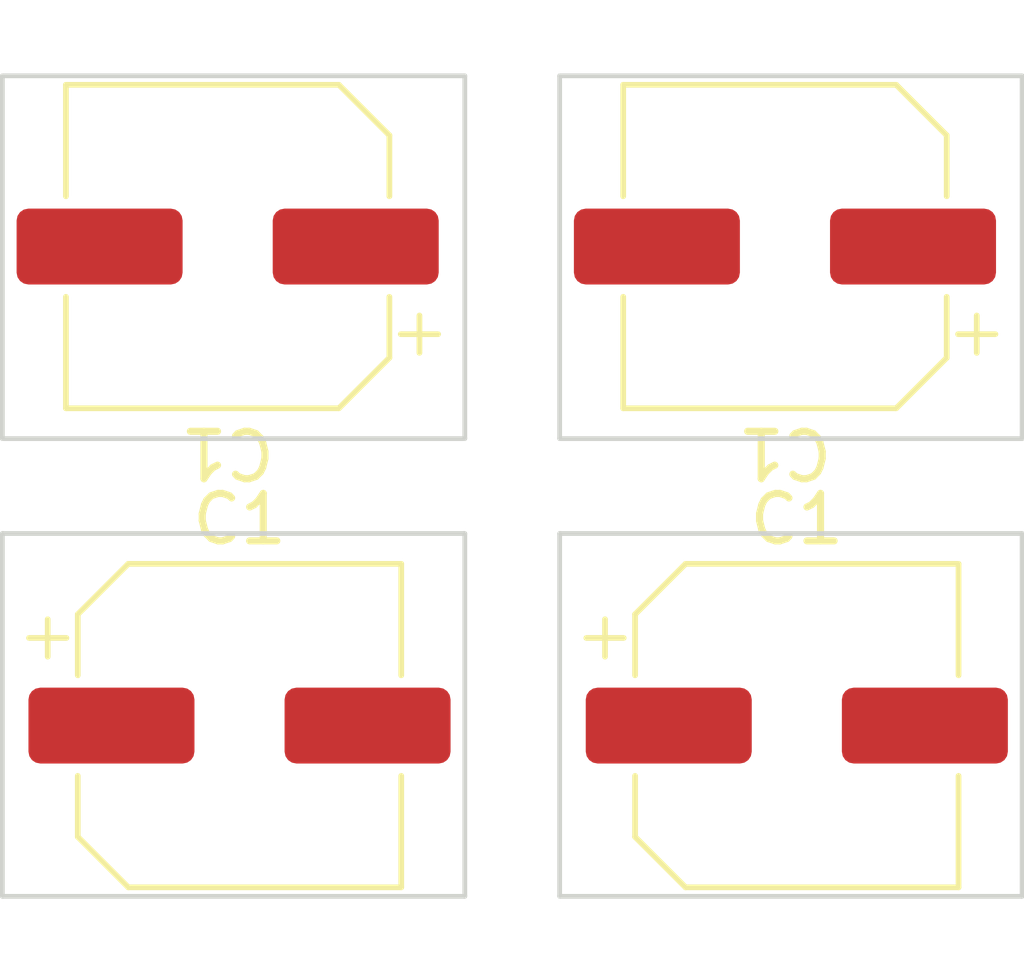
<source format=kicad_pcb>
(kicad_pcb (version 20241229) (generator "pcbnew") (generator_version "9.0")
  (layers (0 "F.Cu" signal) (2 "B.Cu" signal) (13 "F.Paste" user) (15 "B.Paste" user) (5 "F.SilkS" user "F.Silkscreen") (7 "B.SilkS" user "B.Silkscreen") (1 "F.Mask" user) (3 "B.Mask" user) (25 "Edge.Cuts" user))
  (net 0 "")
  (net 1 "Board_0-unconnected-(C1-Pad1)")
  (net 2 "Board_0-unconnected-(C1-Pad2)")
  (net 3 "Board_1-unconnected-(C1-Pad1)")
  (net 4 "Board_1-unconnected-(C1-Pad2)")
  (net 5 "Board_2-unconnected-(C1-Pad1)")
  (net 6 "Board_2-unconnected-(C1-Pad2)")
  (net 7 "Board_3-unconnected-(C1-Pad1)")
  (net 8 "Board_3-unconnected-(C1-Pad2)")
  (footprint "Capacitor_SMD:CP_Elec_6.3x7.7" (layer "F.Cu") (at 154.25 23.6 180)
    (property "Reference" "C1" (at 0 -4.35 180) (layer "F.SilkS"))
    (property "Value" "100u")
    (fp_line (start 3.41 3.41) (end 3.41 1.06) (stroke (width 0.12)) (layer "F.SilkS"))
    (fp_line (start 3.41 -3.41) (end 3.41 -1.06) (stroke (width 0.12)) (layer "F.SilkS"))
    (fp_line (start -2.345563 3.41) (end 3.41 3.41) (stroke (width 0.12)) (layer "F.SilkS"))
    (fp_line (start -2.345563 -3.41) (end 3.41 -3.41) (stroke (width 0.12)) (layer "F.SilkS"))
    (fp_line (start -3.41 2.345563) (end -2.345563 3.41) (stroke (width 0.12)) (layer "F.SilkS"))
    (fp_line (start -3.41 2.345563) (end -3.41 1.06) (stroke (width 0.12)) (layer "F.SilkS"))
    (fp_line (start -3.41 -2.345563) (end -2.345563 -3.41) (stroke (width 0.12)) (layer "F.SilkS"))
    (fp_line (start -3.41 -2.345563) (end -3.41 -1.06) (stroke (width 0.12)) (layer "F.SilkS"))
    (fp_line (start -4.04375 -2.24125) (end -4.04375 -1.45375) (stroke (width 0.12)) (layer "F.SilkS"))
    (fp_line (start -4.4375 -1.8475) (end -3.65 -1.8475) (stroke (width 0.12)) (layer "F.SilkS"))
    (pad "1" smd roundrect (at -2.7 0 180) (size 3.5 1.6) (layers "F.Cu" "F.Mask" "F.Paste") (roundrect_rratio 0.15625) (net 3 "Board_1-unconnected-(C1-Pad1)"))
    (pad "2" smd roundrect (at 2.7 0 180) (size 3.5 1.6) (layers "F.Cu" "F.Mask" "F.Paste") (roundrect_rratio 0.15625) (net 4 "Board_1-unconnected-(C1-Pad2)"))
  )
  (footprint "Capacitor_SMD:CP_Elec_6.3x7.7" (layer "F.Cu") (at 154.5 33.7)
    (property "Reference" "C1" (at 0 -4.35 0) (layer "F.SilkS"))
    (property "Value" "100u")
    (fp_line (start -4.4375 -1.8475) (end -3.65 -1.8475) (stroke (width 0.12)) (layer "F.SilkS"))
    (fp_line (start -4.04375 -2.24125) (end -4.04375 -1.45375) (stroke (width 0.12)) (layer "F.SilkS"))
    (fp_line (start -3.41 -2.345563) (end -3.41 -1.06) (stroke (width 0.12)) (layer "F.SilkS"))
    (fp_line (start -3.41 -2.345563) (end -2.345563 -3.41) (stroke (width 0.12)) (layer "F.SilkS"))
    (fp_line (start -3.41 2.345563) (end -3.41 1.06) (stroke (width 0.12)) (layer "F.SilkS"))
    (fp_line (start -3.41 2.345563) (end -2.345563 3.41) (stroke (width 0.12)) (layer "F.SilkS"))
    (fp_line (start -2.345563 -3.41) (end 3.41 -3.41) (stroke (width 0.12)) (layer "F.SilkS"))
    (fp_line (start -2.345563 3.41) (end 3.41 3.41) (stroke (width 0.12)) (layer "F.SilkS"))
    (fp_line (start 3.41 -3.41) (end 3.41 -1.06) (stroke (width 0.12)) (layer "F.SilkS"))
    (fp_line (start 3.41 3.41) (end 3.41 1.06) (stroke (width 0.12)) (layer "F.SilkS"))
    (pad "1" smd roundrect (at -2.7 0) (size 3.5 1.6) (layers "F.Cu" "F.Mask" "F.Paste") (roundrect_rratio 0.15625) (net 7 "Board_3-unconnected-(C1-Pad1)"))
    (pad "2" smd roundrect (at 2.7 0) (size 3.5 1.6) (layers "F.Cu" "F.Mask" "F.Paste") (roundrect_rratio 0.15625) (net 8 "Board_3-unconnected-(C1-Pad2)"))
  )
  (footprint "Capacitor_SMD:CP_Elec_6.3x7.7" (layer "F.Cu") (at 142.75 33.7)
    (property "Reference" "C1" (at 0 -4.35 0) (layer "F.SilkS"))
    (property "Value" "100u")
    (fp_line (start -4.4375 -1.8475) (end -3.65 -1.8475) (stroke (width 0.12)) (layer "F.SilkS"))
    (fp_line (start -4.04375 -2.24125) (end -4.04375 -1.45375) (stroke (width 0.12)) (layer "F.SilkS"))
    (fp_line (start -3.41 -2.345563) (end -3.41 -1.06) (stroke (width 0.12)) (layer "F.SilkS"))
    (fp_line (start -3.41 -2.345563) (end -2.345563 -3.41) (stroke (width 0.12)) (layer "F.SilkS"))
    (fp_line (start -3.41 2.345563) (end -3.41 1.06) (stroke (width 0.12)) (layer "F.SilkS"))
    (fp_line (start -3.41 2.345563) (end -2.345563 3.41) (stroke (width 0.12)) (layer "F.SilkS"))
    (fp_line (start -2.345563 -3.41) (end 3.41 -3.41) (stroke (width 0.12)) (layer "F.SilkS"))
    (fp_line (start -2.345563 3.41) (end 3.41 3.41) (stroke (width 0.12)) (layer "F.SilkS"))
    (fp_line (start 3.41 -3.41) (end 3.41 -1.06) (stroke (width 0.12)) (layer "F.SilkS"))
    (fp_line (start 3.41 3.41) (end 3.41 1.06) (stroke (width 0.12)) (layer "F.SilkS"))
    (pad "1" smd roundrect (at -2.7 0) (size 3.5 1.6) (layers "F.Cu" "F.Mask" "F.Paste") (roundrect_rratio 0.15625) (net 5 "Board_2-unconnected-(C1-Pad1)"))
    (pad "2" smd roundrect (at 2.7 0) (size 3.5 1.6) (layers "F.Cu" "F.Mask" "F.Paste") (roundrect_rratio 0.15625) (net 6 "Board_2-unconnected-(C1-Pad2)"))
  )
  (footprint "Capacitor_SMD:CP_Elec_6.3x7.7" (layer "F.Cu") (at 142.5 23.6 180)
    (property "Reference" "C1" (at 0 -4.35 180) (layer "F.SilkS"))
    (property "Value" "100u")
    (fp_line (start 3.41 3.41) (end 3.41 1.06) (stroke (width 0.12)) (layer "F.SilkS"))
    (fp_line (start 3.41 -3.41) (end 3.41 -1.06) (stroke (width 0.12)) (layer "F.SilkS"))
    (fp_line (start -2.345563 3.41) (end 3.41 3.41) (stroke (width 0.12)) (layer "F.SilkS"))
    (fp_line (start -2.345563 -3.41) (end 3.41 -3.41) (stroke (width 0.12)) (layer "F.SilkS"))
    (fp_line (start -3.41 2.345563) (end -2.345563 3.41) (stroke (width 0.12)) (layer "F.SilkS"))
    (fp_line (start -3.41 2.345563) (end -3.41 1.06) (stroke (width 0.12)) (layer "F.SilkS"))
    (fp_line (start -3.41 -2.345563) (end -2.345563 -3.41) (stroke (width 0.12)) (layer "F.SilkS"))
    (fp_line (start -3.41 -2.345563) (end -3.41 -1.06) (stroke (width 0.12)) (layer "F.SilkS"))
    (fp_line (start -4.04375 -2.24125) (end -4.04375 -1.45375) (stroke (width 0.12)) (layer "F.SilkS"))
    (fp_line (start -4.4375 -1.8475) (end -3.65 -1.8475) (stroke (width 0.12)) (layer "F.SilkS"))
    (pad "1" smd roundrect (at -2.7 0 180) (size 3.5 1.6) (layers "F.Cu" "F.Mask" "F.Paste") (roundrect_rratio 0.15625) (net 1 "Board_0-unconnected-(C1-Pad1)"))
    (pad "2" smd roundrect (at 2.7 0 180) (size 3.5 1.6) (layers "F.Cu" "F.Mask" "F.Paste") (roundrect_rratio 0.15625) (net 2 "Board_0-unconnected-(C1-Pad2)"))
  )
  (gr_line (start 159.249729 27.648754) (end 159.249999 27.637752) (stroke (width 0.1)) (layer "Edge.Cuts"))
  (gr_line (start 137.75 20.012272) (end 137.75 27.637727) (stroke (width 0.1)) (layer "Edge.Cuts"))
  (gr_line (start 147.5 27.637727) (end 147.5 20.012272) (stroke (width 0.1)) (layer "Edge.Cuts"))
  (gr_line (start 149.50027 29.651245) (end 149.5 29.662247) (stroke (width 0.1)) (layer "Edge.Cuts"))
  (gr_line (start 147.499999 20.012247) (end 147.499729 20.001245) (stroke (width 0.1)) (layer "Edge.Cuts"))
  (gr_line (start 147.487727 29.65) (end 137.762272 29.65) (stroke (width 0.1)) (layer "Edge.Cuts"))
  (gr_line (start 149.5 37.287752) (end 149.50027 37.298754) (stroke (width 0.1)) (layer "Edge.Cuts"))
  (gr_line (start 159.25 27.637727) (end 159.25 20.012272) (stroke (width 0.1)) (layer "Edge.Cuts"))
  (gr_line (start 149.512272 37.3) (end 159.237727 37.3) (stroke (width 0.1)) (layer "Edge.Cuts"))
  (gr_line (start 149.5 29.662272) (end 149.5 37.287727) (stroke (width 0.1)) (layer "Edge.Cuts"))
  (gr_line (start 159.237752 37.299999) (end 159.248754 37.299729) (stroke (width 0.1)) (layer "Edge.Cuts"))
  (gr_line (start 137.762247 20) (end 137.751245 20.00027) (stroke (width 0.1)) (layer "Edge.Cuts"))
  (gr_line (start 149.5 27.637752) (end 149.50027 27.648754) (stroke (width 0.1)) (layer "Edge.Cuts"))
  (gr_line (start 159.237727 20) (end 149.512272 20) (stroke (width 0.1)) (layer "Edge.Cuts"))
  (gr_line (start 159.237727 29.65) (end 149.512272 29.65) (stroke (width 0.1)) (layer "Edge.Cuts"))
  (gr_line (start 137.75027 29.651245) (end 137.75 29.662247) (stroke (width 0.1)) (layer "Edge.Cuts"))
  (gr_line (start 147.499999 29.662247) (end 147.499729 29.651245) (stroke (width 0.1)) (layer "Edge.Cuts"))
  (gr_line (start 137.75 27.637752) (end 137.75027 27.648754) (stroke (width 0.1)) (layer "Edge.Cuts"))
  (gr_line (start 137.75 37.287752) (end 137.75027 37.298754) (stroke (width 0.1)) (layer "Edge.Cuts"))
  (gr_line (start 147.498754 20.00027) (end 147.487752 20) (stroke (width 0.1)) (layer "Edge.Cuts"))
  (gr_line (start 137.762247 29.65) (end 137.751245 29.65027) (stroke (width 0.1)) (layer "Edge.Cuts"))
  (gr_line (start 147.499729 37.298754) (end 147.499999 37.287752) (stroke (width 0.1)) (layer "Edge.Cuts"))
  (gr_line (start 137.75027 20.001245) (end 137.75 20.012247) (stroke (width 0.1)) (layer "Edge.Cuts"))
  (gr_line (start 137.762272 27.65) (end 147.487727 27.65) (stroke (width 0.1)) (layer "Edge.Cuts"))
  (gr_line (start 147.487727 20) (end 137.762272 20) (stroke (width 0.1)) (layer "Edge.Cuts"))
  (gr_line (start 149.512272 27.65) (end 159.237727 27.65) (stroke (width 0.1)) (layer "Edge.Cuts"))
  (gr_line (start 149.501245 37.299729) (end 149.512247 37.299999) (stroke (width 0.1)) (layer "Edge.Cuts"))
  (gr_line (start 149.501245 27.649729) (end 149.512247 27.649999) (stroke (width 0.1)) (layer "Edge.Cuts"))
  (gr_line (start 147.498754 29.65027) (end 147.487752 29.65) (stroke (width 0.1)) (layer "Edge.Cuts"))
  (gr_line (start 147.487752 37.299999) (end 147.498754 37.299729) (stroke (width 0.1)) (layer "Edge.Cuts"))
  (gr_line (start 149.512247 20) (end 149.501245 20.00027) (stroke (width 0.1)) (layer "Edge.Cuts"))
  (gr_line (start 159.237752 27.649999) (end 159.248754 27.649729) (stroke (width 0.1)) (layer "Edge.Cuts"))
  (gr_line (start 149.512247 29.65) (end 149.501245 29.65027) (stroke (width 0.1)) (layer "Edge.Cuts"))
  (gr_line (start 147.487752 27.649999) (end 147.498754 27.649729) (stroke (width 0.1)) (layer "Edge.Cuts"))
  (gr_line (start 159.25 37.287727) (end 159.25 29.662272) (stroke (width 0.1)) (layer "Edge.Cuts"))
  (gr_line (start 159.249999 29.662247) (end 159.249729 29.651245) (stroke (width 0.1)) (layer "Edge.Cuts"))
  (gr_line (start 159.249729 37.298754) (end 159.249999 37.287752) (stroke (width 0.1)) (layer "Edge.Cuts"))
  (gr_line (start 147.499729 27.648754) (end 147.499999 27.637752) (stroke (width 0.1)) (layer "Edge.Cuts"))
  (gr_line (start 149.5 20.012272) (end 149.5 27.637727) (stroke (width 0.1)) (layer "Edge.Cuts"))
  (gr_line (start 137.762272 37.3) (end 147.487727 37.3) (stroke (width 0.1)) (layer "Edge.Cuts"))
  (gr_line (start 137.751245 27.649729) (end 137.762247 27.649999) (stroke (width 0.1)) (layer "Edge.Cuts"))
  (gr_line (start 147.5 37.287727) (end 147.5 29.662272) (stroke (width 0.1)) (layer "Edge.Cuts"))
  (gr_line (start 159.248754 29.65027) (end 159.237752 29.65) (stroke (width 0.1)) (layer "Edge.Cuts"))
  (gr_line (start 137.751245 37.299729) (end 137.762247 37.299999) (stroke (width 0.1)) (layer "Edge.Cuts"))
  (gr_line (start 149.50027 20.001245) (end 149.5 20.012247) (stroke (width 0.1)) (layer "Edge.Cuts"))
  (gr_line (start 159.249999 20.012247) (end 159.249729 20.001245) (stroke (width 0.1)) (layer "Edge.Cuts"))
  (gr_line (start 159.248754 20.00027) (end 159.237752 20) (stroke (width 0.1)) (layer "Edge.Cuts"))
  (gr_line (start 137.75 29.662272) (end 137.75 37.287727) (stroke (width 0.1)) (layer "Edge.Cuts"))
)
</source>
